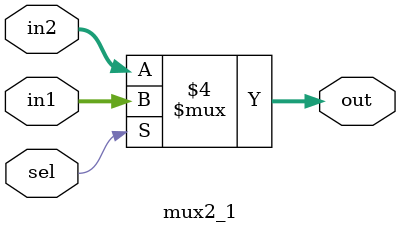
<source format=v>
module mux2_1
(
    input wire	[1:0] in1,
    input wire [1:0] in2,
    input wire sel,
    
    output reg [1:0] out 
);
always@(*)
    if(sel == 1'b1)
        out = in1;
    else
        out = in2;
/*
assign out = (sel == 1'b1) ? in1:in2;
always@(*)
    case(sel)
        1'b1: out = in1;
        1'b0: out = in2;
        default: out = in1;//不能列举所有情况，加default
    endcase
*/



endmodule      
</source>
